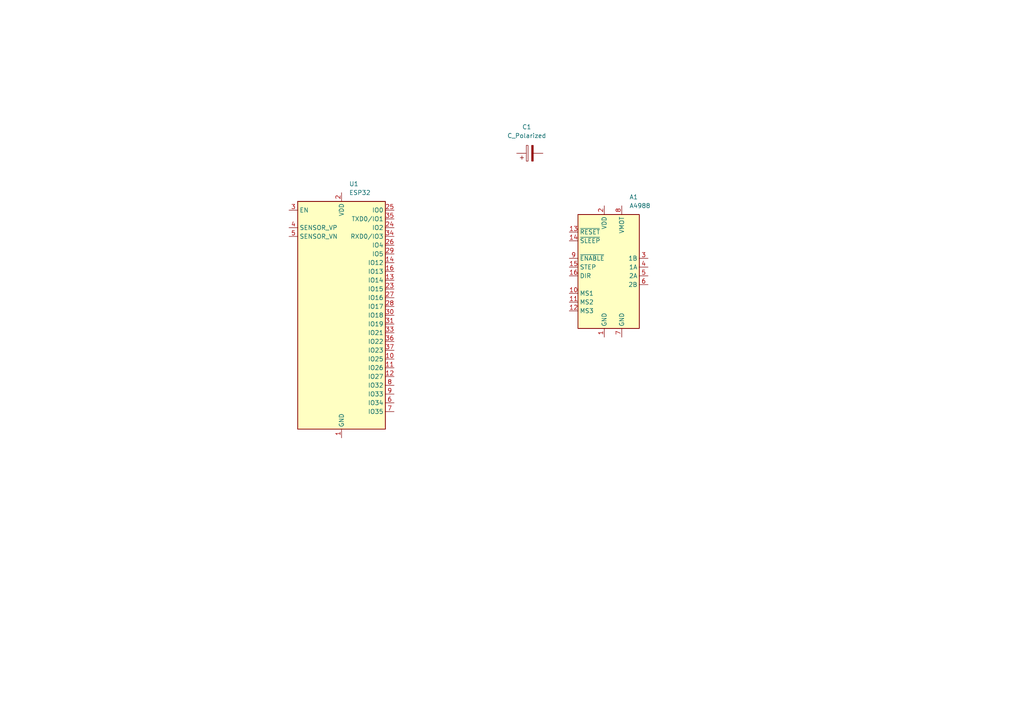
<source format=kicad_sch>
(kicad_sch (version 20231120) (generator "eeschema") (generator_version "8.0")
  (paper "A4")
  (lib_symbols
    (symbol "Device:C_Polarized" (pin_numbers hide) (pin_names (offset 0.254))
      (property "Reference" "C" (at 0.635 2.54 0))
      (property "Value" "C_Polarized" (at 0.635 -2.54 0))
      (symbol "C_Polarized_0_1"
        (rectangle (start -2.286 0.508) (end 2.286 1.016))
        (polyline (pts (xy -1.778 2.286) (xy -0.762 2.286)))
        (polyline (pts (xy -1.27 2.794) (xy -1.27 1.778)))
        (rectangle (start 2.286 -0.508) (end -2.286 -1.016) (fill (type outline)))
      )
      (symbol "C_Polarized_1_1"
        (pin passive line (at 0 3.81 270) (length 2.794) (name "~") (number "1"))
        (pin passive line (at 0 -3.81 90) (length 2.794) (name "~") (number "2"))
      )
    )
    (symbol "Driver_Motor:Pololu_Breakout_A4988"
      (property "Reference" "A" (at -2.54 19.05 0))
      (property "Value" "Pololu_Breakout_A4988" (at -2.54 16.51 0))
      (symbol "Pololu_Breakout_A4988_0_1"
        (rectangle (start 10.16 -17.78) (end -7.62 15.24) (stroke (width 0.254)) (fill (type background)))
      )
      (symbol "Pololu_Breakout_A4988_1_1"
        (pin power_in line (at 0 -20.32 90) (length 2.54) (name "GND") (number "1"))
        (pin input line (at -10.16 -7.62 0) (length 2.54) (name "MS1") (number "10"))
        (pin input line (at -10.16 -10.16 0) (length 2.54) (name "MS2") (number "11"))
        (pin input line (at -10.16 -12.7 0) (length 2.54) (name "MS3") (number "12"))
        (pin input line (at -10.16 10.16 0) (length 2.54) (name "~{RESET}") (number "13"))
        (pin input line (at -10.16 7.62 0) (length 2.54) (name "~{SLEEP}") (number "14"))
        (pin input line (at -10.16 0 0) (length 2.54) (name "STEP") (number "15"))
        (pin input line (at -10.16 -2.54 0) (length 2.54) (name "DIR") (number "16"))
        (pin power_in line (at 0 17.78 270) (length 2.54) (name "VDD") (number "2"))
        (pin output line (at 12.7 2.54 180) (length 2.54) (name "1B") (number "3"))
        (pin output line (at 12.7 0 180) (length 2.54) (name "1A") (number "4"))
        (pin output line (at 12.7 -2.54 180) (length 2.54) (name "2A") (number "5"))
        (pin output line (at 12.7 -5.08 180) (length 2.54) (name "2B") (number "6"))
        (pin power_in line (at 5.08 -20.32 90) (length 2.54) (name "GND") (number "7"))
        (pin power_in line (at 5.08 17.78 270) (length 2.54) (name "VMOT") (number "8"))
        (pin input line (at -10.16 2.54 0) (length 2.54) (name "~{ENABLE}") (number "9"))
      )
    )
    (symbol "RF_Module:ESP32-WROOM-32E"
      (property "Reference" "U" (at -12.7 34.29 0))
      (property "Value" "ESP32-WROOM-32E" (at 1.27 34.29 0))
      (symbol "ESP32-WROOM-32E_0_1"
        (rectangle (start -12.7 33.02) (end 12.7 -33.02) (stroke (width 0.254)) (fill (type background)))
      )
      (symbol "ESP32-WROOM-32E_1_1"
        (pin power_in line (at 0 -35.56 90) (length 2.54) (name "GND") (number "1"))
        (pin bidirectional line (at 15.24 -12.7 180) (length 2.54) (name "IO25") (number "10"))
        (pin bidirectional line (at 15.24 -15.24 180) (length 2.54) (name "IO26") (number "11"))
        (pin bidirectional line (at 15.24 -17.78 180) (length 2.54) (name "IO27") (number "12"))
        (pin bidirectional line (at 15.24 10.16 180) (length 2.54) (name "IO14") (number "13"))
        (pin bidirectional line (at 15.24 15.24 180) (length 2.54) (name "IO12") (number "14"))
        (pin passive line (at 0 -35.56 90) (length 2.54) hide (name "GND") (number "15"))
        (pin bidirectional line (at 15.24 12.7 180) (length 2.54) (name "IO13") (number "16"))
        (pin no_connect line (at -12.7 -5.08 0) (length 2.54) hide (name "NC") (number "17"))
        (pin no_connect line (at -12.7 -7.62 0) (length 2.54) hide (name "NC") (number "18"))
        (pin no_connect line (at -12.7 -12.7 0) (length 2.54) hide (name "NC") (number "19"))
        (pin power_in line (at 0 35.56 270) (length 2.54) (name "VDD") (number "2"))
        (pin no_connect line (at -12.7 -10.16 0) (length 2.54) hide (name "NC") (number "20"))
        (pin no_connect line (at -12.7 0 0) (length 2.54) hide (name "NC") (number "21"))
        (pin no_connect line (at -12.7 -2.54 0) (length 2.54) hide (name "NC") (number "22"))
        (pin bidirectional line (at 15.24 7.62 180) (length 2.54) (name "IO15") (number "23"))
        (pin bidirectional line (at 15.24 25.4 180) (length 2.54) (name "IO2") (number "24"))
        (pin bidirectional line (at 15.24 30.48 180) (length 2.54) (name "IO0") (number "25"))
        (pin bidirectional line (at 15.24 20.32 180) (length 2.54) (name "IO4") (number "26"))
        (pin bidirectional line (at 15.24 5.08 180) (length 2.54) (name "IO16") (number "27"))
        (pin bidirectional line (at 15.24 2.54 180) (length 2.54) (name "IO17") (number "28"))
        (pin bidirectional line (at 15.24 17.78 180) (length 2.54) (name "IO5") (number "29"))
        (pin input line (at -15.24 30.48 0) (length 2.54) (name "EN") (number "3"))
        (pin bidirectional line (at 15.24 0 180) (length 2.54) (name "IO18") (number "30"))
        (pin bidirectional line (at 15.24 -2.54 180) (length 2.54) (name "IO19") (number "31"))
        (pin no_connect line (at -12.7 -27.94 0) (length 2.54) hide (name "NC") (number "32"))
        (pin bidirectional line (at 15.24 -5.08 180) (length 2.54) (name "IO21") (number "33"))
        (pin bidirectional line (at 15.24 22.86 180) (length 2.54) (name "RXD0/IO3") (number "34"))
        (pin bidirectional line (at 15.24 27.94 180) (length 2.54) (name "TXD0/IO1") (number "35"))
        (pin bidirectional line (at 15.24 -7.62 180) (length 2.54) (name "IO22") (number "36"))
        (pin bidirectional line (at 15.24 -10.16 180) (length 2.54) (name "IO23") (number "37"))
        (pin passive line (at 0 -35.56 90) (length 2.54) hide (name "GND") (number "38"))
        (pin passive line (at 0 -35.56 90) (length 2.54) hide (name "GND") (number "39"))
        (pin input line (at -15.24 25.4 0) (length 2.54) (name "SENSOR_VP") (number "4"))
        (pin input line (at -15.24 22.86 0) (length 2.54) (name "SENSOR_VN") (number "5"))
        (pin input line (at 15.24 -25.4 180) (length 2.54) (name "IO34") (number "6"))
        (pin input line (at 15.24 -27.94 180) (length 2.54) (name "IO35") (number "7"))
        (pin bidirectional line (at 15.24 -20.32 180) (length 2.54) (name "IO32") (number "8"))
        (pin bidirectional line (at 15.24 -22.86 180) (length 2.54) (name "IO33") (number "9"))
      )
    )
  )
  (symbol (lib_id "Device:C_Polarized") (at 153.67 44.45 90) (unit 1)
    (property "Reference" "C1" (at 152.781 36.83 90))
    (property "Value" "C_Polarized" (at 152.781 39.37 90))
    (property "Description" "Polarized capacitor" (effects (hide yes)))
  )
  (symbol (lib_id "Driver_Motor:Pololu_Breakout_A4988") (at 175.26 77.47 0) (unit 1)
    (property "Reference" "A1" (at 182.5341 57.15 0) (effects (justify left)))
    (property "Value" "A4988" (at 182.5341 59.69 0) (effects (justify left)))
    (property "Footprint" "Module:Pololu_Breakout-16_15.2x20.3mm" (effects (hide yes)))
    (property "Datasheet" "https://www.pololu.com/product/2980/pictures" (effects (hide yes)))
    (property "Description" "Pololu Breakout Board, Stepper Driver A4988" (effects (hide yes)))
  )
  (symbol (lib_id "RF_Module:ESP32-WROOM-32E") (at 99.06 91.44 0) (unit 1)
    (property "Reference" "U1" (at 101.2541 53.34 0) (effects (justify left)))
    (property "Value" "ESP32" (at 101.2541 55.88 0) (effects (justify left)))
    (property "Footprint" "RF_Module:ESP32-WROOM-32D" (effects (hide yes)))
    (property "Datasheet" "https://www.espressif.com/sites/default/files/documentation/esp32-wroom-32e_esp32-wroom-32ue_datasheet_en.pdf" (effects (hide yes)))
    (property "Description" "RF Module, ESP32-D0WD-V3 SoC, without PSRAM, Wi-Fi 802.11b/g/n, Bluetooth, BLE, 32-bit, 2.7-3.6V, onboard antenna, SMD" (effects (hide yes)))
  )
)
</source>
